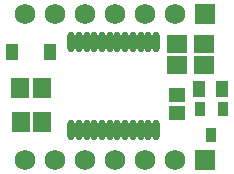
<source format=gts>
G04*
G04 #@! TF.GenerationSoftware,Altium Limited,Altium Designer,23.2.1 (34)*
G04*
G04 Layer_Color=8388736*
%FSLAX44Y44*%
%MOMM*%
G71*
G04*
G04 #@! TF.SameCoordinates,7A8B7A28-FB81-42DE-AEC7-513869FFDE84*
G04*
G04*
G04 #@! TF.FilePolarity,Negative*
G04*
G01*
G75*
%ADD16R,1.4562X1.3046*%
%ADD18R,1.0065X1.4082*%
%ADD23R,1.7000X1.6500*%
%ADD24O,0.6000X1.7500*%
%ADD25R,0.9500X1.2930*%
%ADD26R,1.0600X1.3700*%
%ADD27R,1.5500X1.7000*%
%ADD28R,1.6500X1.7000*%
%ADD29C,1.7500*%
%ADD30R,1.7500X1.7500*%
D16*
X227330Y125342D02*
D03*
Y141358D02*
D03*
D18*
X265430Y146050D02*
D03*
X246413D02*
D03*
D23*
X227330Y166150D02*
D03*
Y184150D02*
D03*
X250190Y184260D02*
D03*
Y166260D02*
D03*
D24*
X209740Y185590D02*
D03*
X138240Y111590D02*
D03*
X144740D02*
D03*
X151240D02*
D03*
X157740D02*
D03*
X164240D02*
D03*
X170740D02*
D03*
X177240D02*
D03*
X183740D02*
D03*
X190240D02*
D03*
X196740D02*
D03*
X203240D02*
D03*
X209740D02*
D03*
X138240Y185590D02*
D03*
X144740D02*
D03*
X151240D02*
D03*
X157740D02*
D03*
X164240D02*
D03*
X170740D02*
D03*
X177240D02*
D03*
X183740D02*
D03*
X190240D02*
D03*
X196740D02*
D03*
X203240D02*
D03*
D25*
X256540Y107188D02*
D03*
X246888Y129032D02*
D03*
X266192D02*
D03*
D26*
X87790Y177800D02*
D03*
X120490D02*
D03*
D27*
X113640Y147320D02*
D03*
X94640D02*
D03*
D28*
X95140Y118110D02*
D03*
X113140D02*
D03*
D29*
X175260Y86360D02*
D03*
X149860Y209550D02*
D03*
X200660D02*
D03*
X226060D02*
D03*
X175260D02*
D03*
X124460D02*
D03*
X99060D02*
D03*
X149860Y86360D02*
D03*
X200660D02*
D03*
X226060D02*
D03*
X124460D02*
D03*
X99060D02*
D03*
D30*
X251460Y209550D02*
D03*
Y86360D02*
D03*
M02*

</source>
